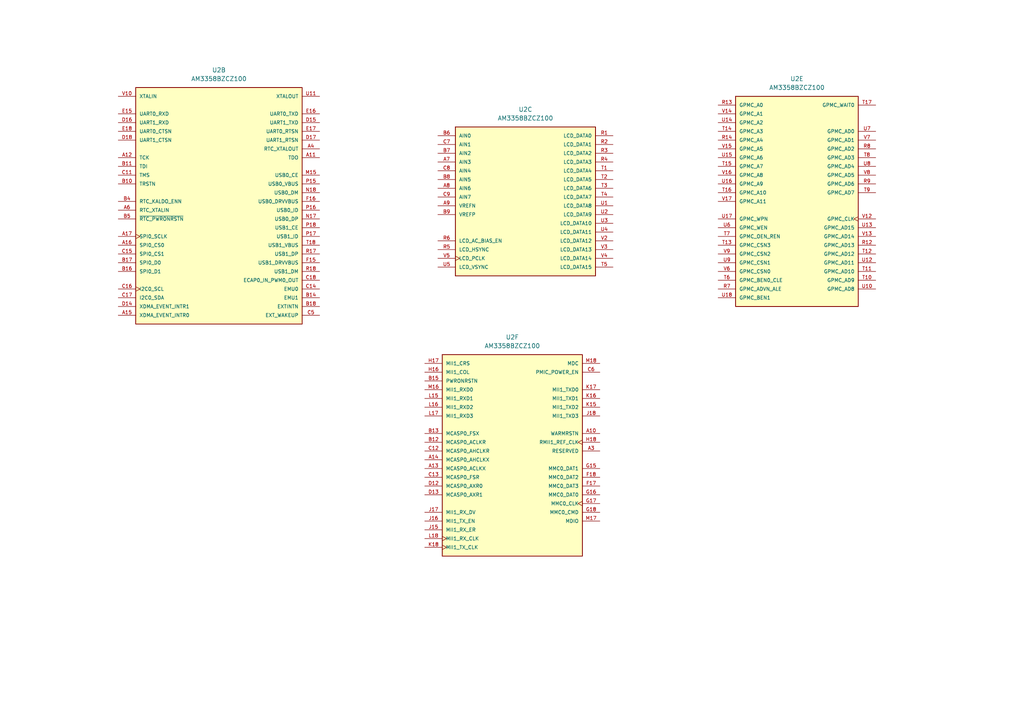
<source format=kicad_sch>
(kicad_sch (version 20230121) (generator eeschema)
  (paper "A4")
  (lib_symbols
    (symbol "Symbol_Library:AM3358BZCZ100" (pin_names (offset 1.016))
      (property "Reference" "U" (at -20.324 22.8645 0))
      (property "Value" "AM3358BZCZ100" (at -20.3337 -160.0423 0))
      (symbol "AM3358BZCZ100_1_0"
        (rectangle (start -20.32 -157.48) (end 25.4 22.86) (stroke (width 0.254)) (fill (type background)))
        (pin power_in line (at 30.48 -60.96 180) (length 5.08) (name "VSS") (number "A1"))
        (pin power_in line (at 30.48 -63.5 180) (length 5.08) (name "VSS__1") (number "A18"))
        (pin power_in line (at -25.4 12.7 0) (length 5.08) (name "VDD_MPU_MON") (number "A2"))
        (pin power_in line (at 30.48 -58.42 180) (length 5.08) (name "VSS_RTC") (number "A5"))
        (pin power_in line (at 30.48 -35.56 180) (length 5.08) (name "CAP_VBB_MPU") (number "C10"))
        (pin power_in line (at 30.48 -30.48 180) (length 5.08) (name "VDDS_SRAM_MPU_BB") (number "D10"))
        (pin power_in line (at 30.48 -43.18 180) (length 5.08) (name "CAP_VDD_SRAM_MPU") (number "D11"))
        (pin power_in line (at 30.48 -38.1 180) (length 5.08) (name "CAP_VDD_RTC") (number "D6"))
        (pin power_in line (at 30.48 -17.78 180) (length 5.08) (name "VDDS_RTC") (number "D7"))
        (pin power_in line (at -25.4 -71.12 0) (length 5.08) (name "VDDA_ADC") (number "D8"))
        (pin power_in line (at 30.48 -40.64 180) (length 5.08) (name "CAP_VDD_SRAM_CORE") (number "D9"))
        (pin power_in line (at -25.4 -101.6 0) (length 5.08) (name "VDDSHV6") (number "E10"))
        (pin power_in line (at -25.4 -104.14 0) (length 5.08) (name "VDDSHV6__1") (number "E11"))
        (pin power_in line (at -25.4 -106.68 0) (length 5.08) (name "VDDSHV6__2") (number "E12"))
        (pin power_in line (at -25.4 -109.22 0) (length 5.08) (name "VDDSHV6__3") (number "E13"))
        (pin power_in line (at 30.48 17.78 180) (length 5.08) (name "VDDS__1") (number "E14"))
        (pin power_in line (at 30.48 2.54 180) (length 5.08) (name "VDDS_DDR") (number "E5"))
        (pin power_in line (at 30.48 20.32 180) (length 5.08) (name "VDDS") (number "E6"))
        (pin power_in line (at 30.48 -15.24 180) (length 5.08) (name "VDDS_PLL_DDR") (number "E7"))
        (pin power_in line (at 30.48 -48.26 180) (length 5.08) (name "VSSA_ADC") (number "E8"))
        (pin power_in line (at 30.48 -25.4 180) (length 5.08) (name "VDDS_SRAM_CORE_BG") (number "E9"))
        (pin power_in line (at -25.4 10.16 0) (length 5.08) (name "VDD_MPU") (number "F10"))
        (pin power_in line (at -25.4 7.62 0) (length 5.08) (name "VDD_MPU__1") (number "F11"))
        (pin power_in line (at -25.4 5.08 0) (length 5.08) (name "VDD_MPU__2") (number "F12"))
        (pin power_in line (at -25.4 2.54 0) (length 5.08) (name "VDD_MPU__3") (number "F13"))
        (pin power_in line (at -25.4 -111.76 0) (length 5.08) (name "VDDSHV6__4") (number "F14"))
        (pin power_in line (at 30.48 0 180) (length 5.08) (name "VDDS_DDR__1") (number "F5"))
        (pin power_in line (at -25.4 -7.62 0) (length 5.08) (name "VDD_CORE") (number "F6"))
        (pin power_in line (at -25.4 -10.16 0) (length 5.08) (name "VDD_CORE__1") (number "F7"))
        (pin power_in line (at 30.48 -66.04 180) (length 5.08) (name "VSS__2") (number "F8"))
        (pin power_in line (at 30.48 15.24 180) (length 5.08) (name "VDDS__2") (number "F9"))
        (pin power_in line (at -25.4 -17.78 0) (length 5.08) (name "VDD_CORE__4") (number "G10"))
        (pin power_in line (at 30.48 -73.66 180) (length 5.08) (name "VSS__5") (number "G11"))
        (pin power_in line (at 30.48 -76.2 180) (length 5.08) (name "VSS__6") (number "G12"))
        (pin power_in line (at -25.4 0 0) (length 5.08) (name "VDD_MPU__4") (number "G13"))
        (pin power_in line (at -25.4 -114.3 0) (length 5.08) (name "VDDSHV6__5") (number "G14"))
        (pin power_in line (at 30.48 -2.54 180) (length 5.08) (name "VDDS_DDR__2") (number "G5"))
        (pin power_in line (at -25.4 -12.7 0) (length 5.08) (name "VDD_CORE__2") (number "G6"))
        (pin power_in line (at -25.4 -15.24 0) (length 5.08) (name "VDD_CORE__3") (number "G7"))
        (pin power_in line (at 30.48 -68.58 180) (length 5.08) (name "VSS__3") (number "G8"))
        (pin power_in line (at 30.48 -71.12 180) (length 5.08) (name "VSS__4") (number "G9"))
        (pin power_in line (at 30.48 -88.9 180) (length 5.08) (name "VSS__11") (number "H10"))
        (pin power_in line (at -25.4 -20.32 0) (length 5.08) (name "VDD_CORE__5") (number "H11"))
        (pin power_in line (at 30.48 -91.44 180) (length 5.08) (name "VSS__12") (number "H12"))
        (pin power_in line (at -25.4 -2.54 0) (length 5.08) (name "VDD_MPU__5") (number "H13"))
        (pin power_in line (at -25.4 -91.44 0) (length 5.08) (name "VDDSHV4") (number "H14"))
        (pin power_in line (at 30.48 -27.94 180) (length 5.08) (name "VDDS_PLL_MPU") (number "H15"))
        (pin power_in line (at 30.48 -5.08 180) (length 5.08) (name "VDDS_DDR__3") (number "H5"))
        (pin power_in line (at 30.48 -78.74 180) (length 5.08) (name "VSS__7") (number "H6"))
        (pin power_in line (at 30.48 -81.28 180) (length 5.08) (name "VSS__8") (number "H7"))
        (pin power_in line (at 30.48 -83.82 180) (length 5.08) (name "VSS__9") (number "H8"))
        (pin power_in line (at 30.48 -86.36 180) (length 5.08) (name "VSS__10") (number "H9"))
        (pin power_in line (at 30.48 -104.14 180) (length 5.08) (name "VSS__17") (number "J10"))
        (pin power_in line (at 30.48 -106.68 180) (length 5.08) (name "VSS__18") (number "J11"))
        (pin power_in line (at -25.4 -22.86 0) (length 5.08) (name "VDD_CORE__6") (number "J12"))
        (pin power_in line (at -25.4 -5.08 0) (length 5.08) (name "VDD_MPU__6") (number "J13"))
        (pin power_in line (at -25.4 -93.98 0) (length 5.08) (name "VDDSHV4__1") (number "J14"))
        (pin power_in line (at 30.48 -7.62 180) (length 5.08) (name "VDDS_DDR__4") (number "J5"))
        (pin power_in line (at 30.48 -93.98 180) (length 5.08) (name "VSS__13") (number "J6"))
        (pin power_in line (at 30.48 -96.52 180) (length 5.08) (name "VSS__14") (number "J7"))
        (pin power_in line (at 30.48 -99.06 180) (length 5.08) (name "VSS__15") (number "J8"))
        (pin power_in line (at 30.48 -101.6 180) (length 5.08) (name "VSS__16") (number "J9"))
        (pin power_in line (at 30.48 -114.3 180) (length 5.08) (name "VSS__21") (number "K10"))
        (pin power_in line (at 30.48 -116.84 180) (length 5.08) (name "VSS__22") (number "K11"))
        (pin power_in line (at -25.4 -30.48 0) (length 5.08) (name "VDD_CORE__9") (number "K12"))
        (pin power_in line (at 30.48 12.7 180) (length 5.08) (name "VDDS__3") (number "K13"))
        (pin power_in line (at -25.4 -96.52 0) (length 5.08) (name "VDDSHV5") (number "K14"))
        (pin power_in line (at 30.48 -10.16 180) (length 5.08) (name "VDDS_DDR__5") (number "K5"))
        (pin power_in line (at -25.4 -25.4 0) (length 5.08) (name "VDD_CORE__7") (number "K6"))
        (pin power_in line (at 30.48 -109.22 180) (length 5.08) (name "VSS__19") (number "K7"))
        (pin power_in line (at -25.4 -27.94 0) (length 5.08) (name "VDD_CORE__8") (number "K8"))
        (pin power_in line (at 30.48 -111.76 180) (length 5.08) (name "VSS__20") (number "K9"))
        (pin power_in line (at 30.48 -119.38 180) (length 5.08) (name "VSS__23") (number "L10"))
        (pin power_in line (at 30.48 -121.92 180) (length 5.08) (name "VSS__24") (number "L11"))
        (pin power_in line (at 30.48 -124.46 180) (length 5.08) (name "VSS__25") (number "L12"))
        (pin power_in line (at 30.48 -127 180) (length 5.08) (name "VSS__26") (number "L13"))
        (pin power_in line (at -25.4 -99.06 0) (length 5.08) (name "VDDSHV5__1") (number "L14"))
        (pin power_in line (at 30.48 -12.7 180) (length 5.08) (name "VDDS_DDR__6") (number "L5"))
        (pin power_in line (at -25.4 -33.02 0) (length 5.08) (name "VDD_CORE__10") (number "L6"))
        (pin power_in line (at -25.4 -35.56 0) (length 5.08) (name "VDD_CORE__11") (number "L7"))
        (pin power_in line (at -25.4 -38.1 0) (length 5.08) (name "VDD_CORE__12") (number "L8"))
        (pin power_in line (at -25.4 -40.64 0) (length 5.08) (name "VDD_CORE__13") (number "L9"))
        (pin power_in line (at 30.48 -139.7 180) (length 5.08) (name "VSS__31") (number "M10"))
        (pin power_in line (at -25.4 -43.18 0) (length 5.08) (name "VDD_CORE__14") (number "M11"))
        (pin power_in line (at 30.48 -142.24 180) (length 5.08) (name "VSS__32") (number "M12"))
        (pin power_in line (at -25.4 -45.72 0) (length 5.08) (name "VDD_CORE__15") (number "M13"))
        (pin power_in line (at 30.48 -50.8 180) (length 5.08) (name "VSSA_USB") (number "M14"))
        (pin power_in line (at -25.4 17.78 0) (length 5.08) (name "VPP") (number "M5"))
        (pin power_in line (at 30.48 -129.54 180) (length 5.08) (name "VSS__27") (number "M6"))
        (pin power_in line (at 30.48 -132.08 180) (length 5.08) (name "VSS__28") (number "M7"))
        (pin power_in line (at 30.48 -134.62 180) (length 5.08) (name "VSS__29") (number "M8"))
        (pin power_in line (at 30.48 -137.16 180) (length 5.08) (name "VSS__30") (number "M9"))
        (pin power_in line (at 30.48 -147.32 180) (length 5.08) (name "VSS__34") (number "N10"))
        (pin power_in line (at 30.48 -149.86 180) (length 5.08) (name "VSS__35") (number "N11"))
        (pin power_in line (at -25.4 -53.34 0) (length 5.08) (name "VDD_CORE__18") (number "N12"))
        (pin power_in line (at -25.4 -55.88 0) (length 5.08) (name "VDD_CORE__19") (number "N13"))
        (pin power_in line (at 30.48 -53.34 180) (length 5.08) (name "VSSA_USB__1") (number "N14"))
        (pin power_in line (at -25.4 -66.04 0) (length 5.08) (name "VDDA3P3V_USB0") (number "N15"))
        (pin power_in line (at -25.4 -60.96 0) (length 5.08) (name "VDDA1P8V_USB0") (number "N16"))
        (pin power_in line (at -25.4 -116.84 0) (length 5.08) (name "VDDSHV6__6") (number "N5"))
        (pin power_in line (at 30.48 10.16 180) (length 5.08) (name "VDDS__4") (number "N6"))
        (pin power_in line (at 30.48 -144.78 180) (length 5.08) (name "VSS__33") (number "N7"))
        (pin power_in line (at -25.4 -48.26 0) (length 5.08) (name "VDD_CORE__16") (number "N8"))
        (pin power_in line (at -25.4 -50.8 0) (length 5.08) (name "VDD_CORE__17") (number "N9"))
        (pin power_in line (at -25.4 -81.28 0) (length 5.08) (name "VDDSHV2") (number "P10"))
        (pin power_in line (at -25.4 -83.82 0) (length 5.08) (name "VDDSHV2__1") (number "P11"))
        (pin power_in line (at -25.4 -86.36 0) (length 5.08) (name "VDDSHV3") (number "P12"))
        (pin power_in line (at -25.4 -88.9 0) (length 5.08) (name "VDDSHV3__1") (number "P13"))
        (pin power_in line (at 30.48 5.08 180) (length 5.08) (name "VDDS__6") (number "P14"))
        (pin power_in line (at -25.4 -119.38 0) (length 5.08) (name "VDDSHV6__7") (number "P5"))
        (pin power_in line (at -25.4 -121.92 0) (length 5.08) (name "VDDSHV6__8") (number "P6"))
        (pin power_in line (at -25.4 -76.2 0) (length 5.08) (name "VDDSHV1") (number "P7"))
        (pin power_in line (at -25.4 -78.74 0) (length 5.08) (name "VDDSHV1__1") (number "P8"))
        (pin power_in line (at 30.48 7.62 180) (length 5.08) (name "VDDS__5") (number "P9"))
        (pin power_in line (at 30.48 -22.86 180) (length 5.08) (name "VDDS_PLL_CORE_LCD") (number "R10"))
        (pin power_in line (at 30.48 -20.32 180) (length 5.08) (name "VDDS_OSC") (number "R11"))
        (pin power_in line (at -25.4 -68.58 0) (length 5.08) (name "VDDA3P3V_USB1") (number "R15"))
        (pin power_in line (at -25.4 -63.5 0) (length 5.08) (name "VDDA1P8V_USB1") (number "R16"))
        (pin power_in line (at 30.48 -152.4 180) (length 5.08) (name "VSS__36") (number "V1"))
        (pin power_in line (at 30.48 -55.88 180) (length 5.08) (name "VSS_OSC") (number "V11"))
        (pin power_in line (at 30.48 -154.94 180) (length 5.08) (name "VSS__37") (number "V18"))
      )
      (symbol "AM3358BZCZ100_2_0"
        (rectangle (start -22.86 -30.48) (end 25.4 38.1) (stroke (width 0.254)) (fill (type background)))
        (pin output line (at 30.48 17.78 180) (length 5.08) (name "TDO") (number "A11"))
        (pin input line (at -27.94 17.78 0) (length 5.08) (name "TCK") (number "A12"))
        (pin bidirectional line (at -27.94 -27.94 0) (length 5.08) (name "XDMA_EVENT_INTR0") (number "A15"))
        (pin bidirectional line (at -27.94 -7.62 0) (length 5.08) (name "SPI0_CS0") (number "A16"))
        (pin bidirectional clock (at -27.94 -5.08 0) (length 5.08) (name "SPI0_SCLK") (number "A17"))
        (pin output line (at 30.48 20.32 180) (length 5.08) (name "RTC_XTALOUT") (number "A4"))
        (pin input line (at -27.94 2.54 0) (length 5.08) (name "RTC_XTALIN") (number "A6"))
        (pin input line (at -27.94 10.16 0) (length 5.08) (name "TRSTN") (number "B10"))
        (pin input line (at -27.94 15.24 0) (length 5.08) (name "TDI") (number "B11"))
        (pin bidirectional line (at 30.48 -22.86 180) (length 5.08) (name "EMU1") (number "B14"))
        (pin bidirectional line (at -27.94 -15.24 0) (length 5.08) (name "SPI0_D1") (number "B16"))
        (pin bidirectional line (at -27.94 -12.7 0) (length 5.08) (name "SPI0_D0") (number "B17"))
        (pin bidirectional line (at 30.48 -25.4 180) (length 5.08) (name "EXTINTN") (number "B18"))
        (pin input line (at -27.94 5.08 0) (length 5.08) (name "RTC_KALDO_ENN") (number "B4"))
        (pin input line (at -27.94 0 0) (length 5.08) (name "~{RTC_PWRONRSTN}") (number "B5"))
        (pin input line (at -27.94 12.7 0) (length 5.08) (name "TMS") (number "C11"))
        (pin bidirectional line (at 30.48 -20.32 180) (length 5.08) (name "EMU0") (number "C14"))
        (pin bidirectional line (at -27.94 -10.16 0) (length 5.08) (name "SPI0_CS1") (number "C15"))
        (pin bidirectional clock (at -27.94 -20.32 0) (length 5.08) (name "I2C0_SCL") (number "C16"))
        (pin bidirectional line (at -27.94 -22.86 0) (length 5.08) (name "I2C0_SDA") (number "C17"))
        (pin bidirectional line (at 30.48 -17.78 180) (length 5.08) (name "ECAP0_IN_PWM0_OUT") (number "C18"))
        (pin bidirectional line (at 30.48 -27.94 180) (length 5.08) (name "EXT_WAKEUP") (number "C5"))
        (pin bidirectional line (at -27.94 -25.4 0) (length 5.08) (name "XDMA_EVENT_INTR1") (number "D14"))
        (pin output line (at 30.48 27.94 180) (length 5.08) (name "UART1_TXD") (number "D15"))
        (pin input line (at -27.94 27.94 0) (length 5.08) (name "UART1_RXD") (number "D16"))
        (pin output line (at 30.48 22.86 180) (length 5.08) (name "UART1_RTSN") (number "D17"))
        (pin input line (at -27.94 22.86 0) (length 5.08) (name "UART1_CTSN") (number "D18"))
        (pin input line (at -27.94 30.48 0) (length 5.08) (name "UART0_RXD") (number "E15"))
        (pin output line (at 30.48 30.48 180) (length 5.08) (name "UART0_TXD") (number "E16"))
        (pin output line (at 30.48 25.4 180) (length 5.08) (name "UART0_RTSN") (number "E17"))
        (pin input line (at -27.94 25.4 0) (length 5.08) (name "UART0_CTSN") (number "E18"))
        (pin bidirectional line (at 30.48 -12.7 180) (length 5.08) (name "USB1_DRVVBUS") (number "F15"))
        (pin bidirectional line (at 30.48 5.08 180) (length 5.08) (name "USB0_DRVVBUS") (number "F16"))
        (pin bidirectional line (at 30.48 12.7 180) (length 5.08) (name "USB0_CE") (number "M15"))
        (pin bidirectional line (at 30.48 0 180) (length 5.08) (name "USB0_DP") (number "N17"))
        (pin bidirectional line (at 30.48 7.62 180) (length 5.08) (name "USB0_DM") (number "N18"))
        (pin bidirectional line (at 30.48 10.16 180) (length 5.08) (name "USB0_VBUS") (number "P15"))
        (pin bidirectional line (at 30.48 2.54 180) (length 5.08) (name "USB0_ID") (number "P16"))
        (pin bidirectional line (at 30.48 -5.08 180) (length 5.08) (name "USB1_ID") (number "P17"))
        (pin bidirectional line (at 30.48 -2.54 180) (length 5.08) (name "USB1_CE") (number "P18"))
        (pin bidirectional line (at 30.48 -10.16 180) (length 5.08) (name "USB1_DP") (number "R17"))
        (pin bidirectional line (at 30.48 -15.24 180) (length 5.08) (name "USB1_DM") (number "R18"))
        (pin bidirectional line (at 30.48 -7.62 180) (length 5.08) (name "USB1_VBUS") (number "T18"))
        (pin output line (at 30.48 35.56 180) (length 5.08) (name "XTALOUT") (number "U11"))
        (pin input line (at -27.94 35.56 0) (length 5.08) (name "XTALIN") (number "V10"))
      )
      (symbol "AM3358BZCZ100_3_0"
        (rectangle (start -20.32 -20.32) (end 20.32 22.86) (stroke (width 0.254)) (fill (type background)))
        (pin input line (at -25.4 12.7 0) (length 5.08) (name "AIN3") (number "A7"))
        (pin input line (at -25.4 5.08 0) (length 5.08) (name "AIN6") (number "A8"))
        (pin input line (at -25.4 0 0) (length 5.08) (name "VREFN") (number "A9"))
        (pin input line (at -25.4 20.32 0) (length 5.08) (name "AIN0") (number "B6"))
        (pin input line (at -25.4 15.24 0) (length 5.08) (name "AIN2") (number "B7"))
        (pin input line (at -25.4 7.62 0) (length 5.08) (name "AIN5") (number "B8"))
        (pin input line (at -25.4 -2.54 0) (length 5.08) (name "VREFP") (number "B9"))
        (pin input line (at -25.4 17.78 0) (length 5.08) (name "AIN1") (number "C7"))
        (pin input line (at -25.4 10.16 0) (length 5.08) (name "AIN4") (number "C8"))
        (pin input line (at -25.4 2.54 0) (length 5.08) (name "AIN7") (number "C9"))
        (pin bidirectional line (at 25.4 20.32 180) (length 5.08) (name "LCD_DATA0") (number "R1"))
        (pin bidirectional line (at 25.4 17.78 180) (length 5.08) (name "LCD_DATA1") (number "R2"))
        (pin bidirectional line (at 25.4 15.24 180) (length 5.08) (name "LCD_DATA2") (number "R3"))
        (pin bidirectional line (at 25.4 12.7 180) (length 5.08) (name "LCD_DATA3") (number "R4"))
        (pin output line (at -25.4 -12.7 0) (length 5.08) (name "LCD_HSYNC") (number "R5"))
        (pin output line (at -25.4 -10.16 0) (length 5.08) (name "LCD_AC_BIAS_EN") (number "R6"))
        (pin bidirectional line (at 25.4 10.16 180) (length 5.08) (name "LCD_DATA4") (number "T1"))
        (pin bidirectional line (at 25.4 7.62 180) (length 5.08) (name "LCD_DATA5") (number "T2"))
        (pin bidirectional line (at 25.4 5.08 180) (length 5.08) (name "LCD_DATA6") (number "T3"))
        (pin bidirectional line (at 25.4 2.54 180) (length 5.08) (name "LCD_DATA7") (number "T4"))
        (pin bidirectional line (at 25.4 -17.78 180) (length 5.08) (name "LCD_DATA15") (number "T5"))
        (pin bidirectional line (at 25.4 0 180) (length 5.08) (name "LCD_DATA8") (number "U1"))
        (pin bidirectional line (at 25.4 -2.54 180) (length 5.08) (name "LCD_DATA9") (number "U2"))
        (pin bidirectional line (at 25.4 -5.08 180) (length 5.08) (name "LCD_DATA10") (number "U3"))
        (pin bidirectional line (at 25.4 -7.62 180) (length 5.08) (name "LCD_DATA11") (number "U4"))
        (pin output line (at -25.4 -17.78 0) (length 5.08) (name "LCD_VSYNC") (number "U5"))
        (pin bidirectional line (at 25.4 -10.16 180) (length 5.08) (name "LCD_DATA12") (number "V2"))
        (pin bidirectional line (at 25.4 -12.7 180) (length 5.08) (name "LCD_DATA13") (number "V3"))
        (pin bidirectional line (at 25.4 -15.24 180) (length 5.08) (name "LCD_DATA14") (number "V4"))
        (pin output clock (at -25.4 -15.24 0) (length 5.08) (name "LCD_PCLK") (number "V5"))
      )
      (symbol "AM3358BZCZ100_4_0"
        (rectangle (start -15.24 -40.64) (end 15.24 33.02) (stroke (width 0.254)) (fill (type background)))
        (pin output line (at -20.32 17.78 0) (length 5.08) (name "DDR_A5") (number "B1"))
        (pin output line (at -20.32 -35.56 0) (length 5.08) (name "~{DDR_WEN}") (number "B2"))
        (pin output line (at -20.32 -17.78 0) (length 5.08) (name "DDR_BA2") (number "B3"))
        (pin output line (at -20.32 7.62 0) (length 5.08) (name "DDR_A9") (number "C1"))
        (pin output line (at -20.32 20.32 0) (length 5.08) (name "DDR_A4") (number "C2"))
        (pin output line (at -20.32 22.86 0) (length 5.08) (name "DDR_A3") (number "C3"))
        (pin output line (at -20.32 -12.7 0) (length 5.08) (name "DDR_BA0") (number "C4"))
        (pin output line (at -20.32 -27.94 0) (length 5.08) (name "DDR_CKN") (number "D1"))
        (pin output line (at -20.32 -22.86 0) (length 5.08) (name "DDR_CK") (number "D2"))
        (pin output line (at -20.32 -7.62 0) (length 5.08) (name "DDR_A15") (number "D3"))
        (pin output line (at -20.32 10.16 0) (length 5.08) (name "DDR_A8") (number "D4"))
        (pin output line (at -20.32 15.24 0) (length 5.08) (name "DDR_A6") (number "D5"))
        (pin output line (at -20.32 -15.24 0) (length 5.08) (name "DDR_BA1") (number "E1"))
        (pin output line (at -20.32 12.7 0) (length 5.08) (name "DDR_A7") (number "E2"))
        (pin output line (at -20.32 0 0) (length 5.08) (name "DDR_A12") (number "E3"))
        (pin output line (at -20.32 25.4 0) (length 5.08) (name "DDR_A2") (number "E4"))
        (pin output line (at -20.32 -20.32 0) (length 5.08) (name "~{DDR_CASN}") (number "F1"))
        (pin output line (at -20.32 2.54 0) (length 5.08) (name "DDR_A11") (number "F2"))
        (pin output line (at -20.32 30.48 0) (length 5.08) (name "DDR_A0") (number "F3"))
        (pin output line (at -20.32 5.08 0) (length 5.08) (name "DDR_A10") (number "F4"))
        (pin output line (at -20.32 -33.02 0) (length 5.08) (name "DDR_ODT") (number "G1"))
        (pin output line (at 20.32 -35.56 180) (length 5.08) (name "~{DDR_RESETN}") (number "G2"))
        (pin output line (at -20.32 -25.4 0) (length 5.08) (name "DDR_CKE") (number "G3"))
        (pin output line (at 20.32 -38.1 180) (length 5.08) (name "~{DDR_RASN}") (number "G4"))
        (pin output line (at -20.32 27.94 0) (length 5.08) (name "DDR_A1") (number "H1"))
        (pin output line (at -20.32 -30.48 0) (length 5.08) (name "DDR_CSN0") (number "H2"))
        (pin output line (at -20.32 -2.54 0) (length 5.08) (name "DDR_A13") (number "H3"))
        (pin output line (at -20.32 -5.08 0) (length 5.08) (name "DDR_A14") (number "H4"))
        (pin bidirectional line (at 20.32 10.16 180) (length 5.08) (name "DDR_D8") (number "J1"))
        (pin output line (at 20.32 -33.02 180) (length 5.08) (name "DDR_DQM1") (number "J2"))
        (pin bidirectional line (at 20.32 -22.86 180) (length 5.08) (name "DDR_VTP") (number "J3"))
        (pin bidirectional line (at 20.32 -25.4 180) (length 5.08) (name "DDR_VREF") (number "J4"))
        (pin bidirectional line (at 20.32 7.62 180) (length 5.08) (name "DDR_D9") (number "K1"))
        (pin bidirectional line (at 20.32 5.08 180) (length 5.08) (name "DDR_D10") (number "K2"))
        (pin bidirectional line (at 20.32 2.54 180) (length 5.08) (name "DDR_D11") (number "K3"))
        (pin bidirectional line (at 20.32 0 180) (length 5.08) (name "DDR_D12") (number "K4"))
        (pin bidirectional line (at 20.32 -15.24 180) (length 5.08) (name "DDR_DQS1") (number "L1"))
        (pin bidirectional line (at 20.32 -20.32 180) (length 5.08) (name "DDR_DQSN1") (number "L2"))
        (pin bidirectional line (at 20.32 -2.54 180) (length 5.08) (name "DDR_D13") (number "L3"))
        (pin bidirectional line (at 20.32 -5.08 180) (length 5.08) (name "DDR_D14") (number "L4"))
        (pin bidirectional line (at 20.32 -7.62 180) (length 5.08) (name "DDR_D15") (number "M1"))
        (pin output line (at 20.32 -30.48 180) (length 5.08) (name "DDR_DQM0") (number "M2"))
        (pin bidirectional line (at 20.32 30.48 180) (length 5.08) (name "DDR_D0") (number "M3"))
        (pin bidirectional line (at 20.32 27.94 180) (length 5.08) (name "DDR_D1") (number "M4"))
        (pin bidirectional line (at 20.32 25.4 180) (length 5.08) (name "DDR_D2") (number "N1"))
        (pin bidirectional line (at 20.32 22.86 180) (length 5.08) (name "DDR_D3") (number "N2"))
        (pin bidirectional line (at 20.32 20.32 180) (length 5.08) (name "DDR_D4") (number "N3"))
        (pin bidirectional line (at 20.32 17.78 180) (length 5.08) (name "DDR_D5") (number "N4"))
        (pin bidirectional line (at 20.32 -12.7 180) (length 5.08) (name "DDR_DQS0") (number "P1"))
        (pin bidirectional line (at 20.32 -17.78 180) (length 5.08) (name "DDR_DQSN0") (number "P2"))
        (pin bidirectional line (at 20.32 15.24 180) (length 5.08) (name "DDR_D6") (number "P3"))
        (pin bidirectional line (at 20.32 12.7 180) (length 5.08) (name "DDR_D7") (number "P4"))
      )
      (symbol "AM3358BZCZ100_5_0"
        (rectangle (start -17.78 -35.56) (end 17.78 25.4) (stroke (width 0.254)) (fill (type background)))
        (pin bidirectional line (at 22.86 -17.78 180) (length 5.08) (name "GPMC_AD13") (number "R12"))
        (pin output line (at -22.86 22.86 0) (length 5.08) (name "GPMC_A0") (number "R13"))
        (pin output line (at -22.86 12.7 0) (length 5.08) (name "GPMC_A4") (number "R14"))
        (pin output line (at -22.86 -30.48 0) (length 5.08) (name "GPMC_ADVN_ALE") (number "R7"))
        (pin bidirectional line (at 22.86 10.16 180) (length 5.08) (name "GPMC_AD2") (number "R8"))
        (pin bidirectional line (at 22.86 0 180) (length 5.08) (name "GPMC_AD6") (number "R9"))
        (pin bidirectional line (at 22.86 -27.94 180) (length 5.08) (name "GPMC_AD9") (number "T10"))
        (pin bidirectional line (at 22.86 -25.4 180) (length 5.08) (name "GPMC_AD10") (number "T11"))
        (pin bidirectional line (at 22.86 -20.32 180) (length 5.08) (name "GPMC_AD12") (number "T12"))
        (pin output line (at -22.86 -17.78 0) (length 5.08) (name "GPMC_CSN3") (number "T13"))
        (pin output line (at -22.86 15.24 0) (length 5.08) (name "GPMC_A3") (number "T14"))
        (pin output line (at -22.86 5.08 0) (length 5.08) (name "GPMC_A7") (number "T15"))
        (pin output line (at -22.86 -2.54 0) (length 5.08) (name "GPMC_A10") (number "T16"))
        (pin input line (at 22.86 22.86 180) (length 5.08) (name "GPMC_WAIT0") (number "T17"))
        (pin output line (at -22.86 -27.94 0) (length 5.08) (name "GPMC_BEN0_CLE") (number "T6"))
        (pin output line (at -22.86 -15.24 0) (length 5.08) (name "GPMC_OEN_REN") (number "T7"))
        (pin bidirectional line (at 22.86 7.62 180) (length 5.08) (name "GPMC_AD3") (number "T8"))
        (pin bidirectional line (at 22.86 -2.54 180) (length 5.08) (name "GPMC_AD7") (number "T9"))
        (pin bidirectional line (at 22.86 -30.48 180) (length 5.08) (name "GPMC_AD8") (number "U10"))
        (pin bidirectional line (at 22.86 -22.86 180) (length 5.08) (name "GPMC_AD11") (number "U12"))
        (pin bidirectional line (at 22.86 -12.7 180) (length 5.08) (name "GPMC_AD15") (number "U13"))
        (pin output line (at -22.86 17.78 0) (length 5.08) (name "GPMC_A2") (number "U14"))
        (pin output line (at -22.86 7.62 0) (length 5.08) (name "GPMC_A6") (number "U15"))
        (pin output line (at -22.86 0 0) (length 5.08) (name "GPMC_A9") (number "U16"))
        (pin output line (at -22.86 -10.16 0) (length 5.08) (name "GPMC_WPN") (number "U17"))
        (pin output line (at -22.86 -33.02 0) (length 5.08) (name "GPMC_BEN1") (number "U18"))
        (pin output line (at -22.86 -12.7 0) (length 5.08) (name "GPMC_WEN") (number "U6"))
        (pin bidirectional line (at 22.86 15.24 180) (length 5.08) (name "GPMC_AD0") (number "U7"))
        (pin bidirectional line (at 22.86 5.08 180) (length 5.08) (name "GPMC_AD4") (number "U8"))
        (pin output line (at -22.86 -22.86 0) (length 5.08) (name "GPMC_CSN1") (number "U9"))
        (pin bidirectional clock (at 22.86 -10.16 180) (length 5.08) (name "GPMC_CLK") (number "V12"))
        (pin bidirectional line (at 22.86 -15.24 180) (length 5.08) (name "GPMC_AD14") (number "V13"))
        (pin output line (at -22.86 20.32 0) (length 5.08) (name "GPMC_A1") (number "V14"))
        (pin output line (at -22.86 10.16 0) (length 5.08) (name "GPMC_A5") (number "V15"))
        (pin output line (at -22.86 2.54 0) (length 5.08) (name "GPMC_A8") (number "V16"))
        (pin output line (at -22.86 -5.08 0) (length 5.08) (name "GPMC_A11") (number "V17"))
        (pin output line (at -22.86 -25.4 0) (length 5.08) (name "GPMC_CSN0") (number "V6"))
        (pin bidirectional line (at 22.86 12.7 180) (length 5.08) (name "GPMC_AD1") (number "V7"))
        (pin bidirectional line (at 22.86 2.54 180) (length 5.08) (name "GPMC_AD5") (number "V8"))
        (pin output line (at -22.86 -20.32 0) (length 5.08) (name "GPMC_CSN2") (number "V9"))
      )
      (symbol "AM3358BZCZ100_6_0"
        (rectangle (start -20.32 -27.94) (end 20.32 30.48) (stroke (width 0.254)) (fill (type background)))
        (pin bidirectional line (at 25.4 7.62 180) (length 5.08) (name "WARMRSTN") (number "A10"))
        (pin bidirectional line (at -25.4 -2.54 0) (length 5.08) (name "MCASP0_ACLKX") (number "A13"))
        (pin bidirectional line (at -25.4 0 0) (length 5.08) (name "MCASP0_AHCLKX") (number "A14"))
        (pin bidirectional line (at 25.4 2.54 180) (length 5.08) (name "RESERVED") (number "A3"))
        (pin bidirectional line (at -25.4 5.08 0) (length 5.08) (name "MCASP0_ACLKR") (number "B12"))
        (pin bidirectional line (at -25.4 7.62 0) (length 5.08) (name "MCASP0_FSX") (number "B13"))
        (pin input line (at -25.4 22.86 0) (length 5.08) (name "PWRONRSTN") (number "B15"))
        (pin bidirectional line (at -25.4 2.54 0) (length 5.08) (name "MCASP0_AHCLKR") (number "C12"))
        (pin bidirectional line (at -25.4 -5.08 0) (length 5.08) (name "MCASP0_FSR") (number "C13"))
        (pin output line (at 25.4 25.4 180) (length 5.08) (name "PMIC_POWER_EN") (number "C6"))
        (pin bidirectional line (at -25.4 -7.62 0) (length 5.08) (name "MCASP0_AXR0") (number "D12"))
        (pin bidirectional line (at -25.4 -10.16 0) (length 5.08) (name "MCASP0_AXR1") (number "D13"))
        (pin bidirectional line (at 25.4 -7.62 180) (length 5.08) (name "MMC0_DAT3") (number "F17"))
        (pin bidirectional line (at 25.4 -5.08 180) (length 5.08) (name "MMC0_DAT2") (number "F18"))
        (pin bidirectional line (at 25.4 -2.54 180) (length 5.08) (name "MMC0_DAT1") (number "G15"))
        (pin bidirectional line (at 25.4 -10.16 180) (length 5.08) (name "MMC0_DAT0") (number "G16"))
        (pin bidirectional clock (at 25.4 -12.7 180) (length 5.08) (name "MMC0_CLK") (number "G17"))
        (pin bidirectional line (at 25.4 -15.24 180) (length 5.08) (name "MMC0_CMD") (number "G18"))
        (pin input line (at -25.4 25.4 0) (length 5.08) (name "MII1_COL") (number "H16"))
        (pin input line (at -25.4 27.94 0) (length 5.08) (name "MII1_CRS") (number "H17"))
        (pin bidirectional clock (at 25.4 5.08 180) (length 5.08) (name "RMII1_REF_CLK") (number "H18"))
        (pin bidirectional line (at -25.4 -20.32 0) (length 5.08) (name "MII1_RX_ER") (number "J15"))
        (pin bidirectional line (at -25.4 -17.78 0) (length 5.08) (name "MII1_TX_EN") (number "J16"))
        (pin bidirectional line (at -25.4 -15.24 0) (length 5.08) (name "MII1_RX_DV") (number "J17"))
        (pin output line (at 25.4 12.7 180) (length 5.08) (name "MII1_TXD3") (number "J18"))
        (pin output line (at 25.4 15.24 180) (length 5.08) (name "MII1_TXD2") (number "K15"))
        (pin output line (at 25.4 17.78 180) (length 5.08) (name "MII1_TXD1") (number "K16"))
        (pin output line (at 25.4 20.32 180) (length 5.08) (name "MII1_TXD0") (number "K17"))
        (pin bidirectional clock (at -25.4 -25.4 0) (length 5.08) (name "MII1_TX_CLK") (number "K18"))
        (pin input line (at -25.4 17.78 0) (length 5.08) (name "MII1_RXD1") (number "L15"))
        (pin input line (at -25.4 15.24 0) (length 5.08) (name "MII1_RXD2") (number "L16"))
        (pin input line (at -25.4 12.7 0) (length 5.08) (name "MII1_RXD3") (number "L17"))
        (pin bidirectional clock (at -25.4 -22.86 0) (length 5.08) (name "MII1_RX_CLK") (number "L18"))
        (pin input line (at -25.4 20.32 0) (length 5.08) (name "MII1_RXD0") (number "M16"))
        (pin bidirectional line (at 25.4 -17.78 180) (length 5.08) (name "MDIO") (number "M17"))
        (pin output line (at 25.4 27.94 180) (length 5.08) (name "MDC") (number "M18"))
      )
    )
  )
  (symbol (lib_id "Symbol_Library:AM3358BZCZ100") (at -7.62 -125.73 0) (unit 6)
    (property "Reference" "U1" (at -7.62 -160.02 0))
    (property "Value" "AM3358BZCZ100" (at -7.62 -157.48 0))
    (property "Footprint" "Footprint_Library:AM3358BZCZ100" (effects hide))
    (property "MF" "Texas Instruments" (effects hide))
    (property "Description" "\nSitara processor: Arm Cortex-A8, 3D graphics, PRU-ICSS, CAN\n" (effects hide))
    (property "Package" "NFBGA-324 Texas Instruments" (effects hide))
    (property "Price" "None" (effects hide))
    (property "Check_prices" "https://www.snapeda.com/parts/AM3358BZCZ100/Texas+Instruments/view-part/?ref=eda" (effects hide))
    (property "STANDARD" "IPC-7351B" (effects hide))
    (property "PARTREV" "J" (effects hide))
    (property "SnapEDA_Link" "https://www.snapeda.com/parts/AM3358BZCZ100/Texas+Instruments/view-part/?ref=snap" (effects hide))
    (property "MP" "AM3358BZCZ100" (effects hide))
    (property "Purchase-URL" "https://www.snapeda.com/api/url_track_click_mouser/?unipart_id=46293&manufacturer=Texas Instruments&part_name=AM3358BZCZ100&search_term= am3358bzcz100" (effects hide))
    (property "Availability" "In Stock" (effects hide))
    (property "MANUFACTURER" "Texas Instruments" (effects hide))
  )
  (symbol (lib_id "Symbol_Library:AM3358BZCZ100") (at 152.4 59.69 0) (unit 3)
    (property "Reference" "U2" (at 152.4 31.75 0))
    (property "Value" "AM3358BZCZ100" (at 152.4 34.29 0))
    (property "Footprint" "Footprint_Library:AM3358BZCZ100" (effects hide))
    (property "MF" "Texas Instruments" (effects hide))
    (property "Description" "\nSitara processor: Arm Cortex-A8, 3D graphics, PRU-ICSS, CAN\n" (effects hide))
    (property "Package" "NFBGA-324 Texas Instruments" (effects hide))
    (property "Price" "None" (effects hide))
    (property "Check_prices" "https://www.snapeda.com/parts/AM3358BZCZ100/Texas+Instruments/view-part/?ref=eda" (effects hide))
    (property "STANDARD" "IPC-7351B" (effects hide))
    (property "PARTREV" "J" (effects hide))
    (property "SnapEDA_Link" "https://www.snapeda.com/parts/AM3358BZCZ100/Texas+Instruments/view-part/?ref=snap" (effects hide))
    (property "MP" "AM3358BZCZ100" (effects hide))
    (property "Purchase-URL" "https://www.snapeda.com/api/url_track_click_mouser/?unipart_id=46293&manufacturer=Texas Instruments&part_name=AM3358BZCZ100&search_term= am3358bzcz100" (effects hide))
    (property "Availability" "In Stock" (effects hide))
    (property "MANUFACTURER" "Texas Instruments" (effects hide))
  )
  (symbol (lib_id "Symbol_Library:AM3358BZCZ100") (at 62.23 63.5 0) (unit 2)
    (property "Reference" "U2" (at 63.5 20.32 0))
    (property "Value" "AM3358BZCZ100" (at 63.5 22.86 0))
    (property "Footprint" "Footprint_Library:AM3358BZCZ100" (effects hide))
    (property "MF" "Texas Instruments" (effects hide))
    (property "Description" "\nSitara processor: Arm Cortex-A8, 3D graphics, PRU-ICSS, CAN\n" (effects hide))
    (property "Package" "NFBGA-324 Texas Instruments" (effects hide))
    (property "Price" "None" (effects hide))
    (property "Check_prices" "https://www.snapeda.com/parts/AM3358BZCZ100/Texas+Instruments/view-part/?ref=eda" (effects hide))
    (property "STANDARD" "IPC-7351B" (effects hide))
    (property "PARTREV" "J" (effects hide))
    (property "SnapEDA_Link" "https://www.snapeda.com/parts/AM3358BZCZ100/Texas+Instruments/view-part/?ref=snap" (effects hide))
    (property "MP" "AM3358BZCZ100" (effects hide))
    (property "Purchase-URL" "https://www.snapeda.com/api/url_track_click_mouser/?unipart_id=46293&manufacturer=Texas Instruments&part_name=AM3358BZCZ100&search_term= am3358bzcz100" (effects hide))
    (property "Availability" "In Stock" (effects hide))
    (property "MANUFACTURER" "Texas Instruments" (effects hide))
  )
  (symbol (lib_id "Symbol_Library:AM3358BZCZ100") (at -283.21 -132.08 0) (unit 2)
    (property "Reference" "U1" (at -281.94 -173.99 0))
    (property "Value" "AM3358BZCZ100" (at -281.94 -171.45 0))
    (property "Footprint" "Footprint_Library:AM3358BZCZ100" (effects hide))
    (property "MF" "Texas Instruments" (effects hide))
    (property "Description" "\nSitara processor: Arm Cortex-A8, 3D graphics, PRU-ICSS, CAN\n" (effects hide))
    (property "Package" "NFBGA-324 Texas Instruments" (effects hide))
    (property "Price" "None" (effects hide))
    (property "Check_prices" "https://www.snapeda.com/parts/AM3358BZCZ100/Texas+Instruments/view-part/?ref=eda" (effects hide))
    (property "STANDARD" "IPC-7351B" (effects hide))
    (property "PARTREV" "J" (effects hide))
    (property "SnapEDA_Link" "https://www.snapeda.com/parts/AM3358BZCZ100/Texas+Instruments/view-part/?ref=snap" (effects hide))
    (property "MP" "AM3358BZCZ100" (effects hide))
    (property "Purchase-URL" "https://www.snapeda.com/api/url_track_click_mouser/?unipart_id=46293&manufacturer=Texas Instruments&part_name=AM3358BZCZ100&search_term= am3358bzcz100" (effects hide))
    (property "Availability" "In Stock" (effects hide))
    (property "MANUFACTURER" "Texas Instruments" (effects hide))
  )
  (symbol (lib_id "Symbol_Library:AM3358BZCZ100") (at 231.14 53.34 0) (unit 5)
    (property "Reference" "U2" (at 231.14 22.86 0))
    (property "Value" "AM3358BZCZ100" (at 231.14 25.4 0))
    (property "Footprint" "Footprint_Library:AM3358BZCZ100" (effects hide))
    (property "MF" "Texas Instruments" (effects hide))
    (property "Description" "\nSitara processor: Arm Cortex-A8, 3D graphics, PRU-ICSS, CAN\n" (effects hide))
    (property "Package" "NFBGA-324 Texas Instruments" (effects hide))
    (property "Price" "None" (effects hide))
    (property "Check_prices" "https://www.snapeda.com/parts/AM3358BZCZ100/Texas+Instruments/view-part/?ref=eda" (effects hide))
    (property "STANDARD" "IPC-7351B" (effects hide))
    (property "PARTREV" "J" (effects hide))
    (property "SnapEDA_Link" "https://www.snapeda.com/parts/AM3358BZCZ100/Texas+Instruments/view-part/?ref=snap" (effects hide))
    (property "MP" "AM3358BZCZ100" (effects hide))
    (property "Purchase-URL" "https://www.snapeda.com/api/url_track_click_mouser/?unipart_id=46293&manufacturer=Texas Instruments&part_name=AM3358BZCZ100&search_term= am3358bzcz100" (effects hide))
    (property "Availability" "In Stock" (effects hide))
    (property "MANUFACTURER" "Texas Instruments" (effects hide))
  )
  (symbol (lib_id "Symbol_Library:AM3358BZCZ100") (at -214.63 -135.89 0) (unit 3)
    (property "Reference" "U1" (at -214.63 -162.56 0))
    (property "Value" "AM3358BZCZ100" (at -214.63 -160.02 0))
    (property "Footprint" "Footprint_Library:AM3358BZCZ100" (effects hide))
    (property "MF" "Texas Instruments" (effects hide))
    (property "Description" "\nSitara processor: Arm Cortex-A8, 3D graphics, PRU-ICSS, CAN\n" (effects hide))
    (property "Package" "NFBGA-324 Texas Instruments" (effects hide))
    (property "Price" "None" (effects hide))
    (property "Check_prices" "https://www.snapeda.com/parts/AM3358BZCZ100/Texas+Instruments/view-part/?ref=eda" (effects hide))
    (property "STANDARD" "IPC-7351B" (effects hide))
    (property "PARTREV" "J" (effects hide))
    (property "SnapEDA_Link" "https://www.snapeda.com/parts/AM3358BZCZ100/Texas+Instruments/view-part/?ref=snap" (effects hide))
    (property "MP" "AM3358BZCZ100" (effects hide))
    (property "Purchase-URL" "https://www.snapeda.com/api/url_track_click_mouser/?unipart_id=46293&manufacturer=Texas Instruments&part_name=AM3358BZCZ100&search_term= am3358bzcz100" (effects hide))
    (property "Availability" "In Stock" (effects hide))
    (property "MANUFACTURER" "Texas Instruments" (effects hide))
  )
  (symbol (lib_id "Symbol_Library:AM3358BZCZ100") (at -85.09 -135.89 0) (unit 5)
    (property "Reference" "U1" (at -85.09 -165.1 0))
    (property "Value" "AM3358BZCZ100" (at -85.09 -162.56 0))
    (property "Footprint" "Footprint_Library:AM3358BZCZ100" (effects hide))
    (property "MF" "Texas Instruments" (effects hide))
    (property "Description" "\nSitara processor: Arm Cortex-A8, 3D graphics, PRU-ICSS, CAN\n" (effects hide))
    (property "Package" "NFBGA-324 Texas Instruments" (effects hide))
    (property "Price" "None" (effects hide))
    (property "Check_prices" "https://www.snapeda.com/parts/AM3358BZCZ100/Texas+Instruments/view-part/?ref=eda" (effects hide))
    (property "STANDARD" "IPC-7351B" (effects hide))
    (property "PARTREV" "J" (effects hide))
    (property "SnapEDA_Link" "https://www.snapeda.com/parts/AM3358BZCZ100/Texas+Instruments/view-part/?ref=snap" (effects hide))
    (property "MP" "AM3358BZCZ100" (effects hide))
    (property "Purchase-URL" "https://www.snapeda.com/api/url_track_click_mouser/?unipart_id=46293&manufacturer=Texas Instruments&part_name=AM3358BZCZ100&search_term= am3358bzcz100" (effects hide))
    (property "Availability" "In Stock" (effects hide))
    (property "MANUFACTURER" "Texas Instruments" (effects hide))
  )
  (symbol (lib_id "Symbol_Library:AM3358BZCZ100") (at 148.59 133.35 0) (unit 6)
    (property "Reference" "U2" (at 148.59 97.79 0))
    (property "Value" "AM3358BZCZ100" (at 148.59 100.33 0))
    (property "Footprint" "Footprint_Library:AM3358BZCZ100" (effects hide))
    (property "MF" "Texas Instruments" (effects hide))
    (property "Description" "\nSitara processor: Arm Cortex-A8, 3D graphics, PRU-ICSS, CAN\n" (effects hide))
    (property "Package" "NFBGA-324 Texas Instruments" (effects hide))
    (property "Price" "None" (effects hide))
    (property "Check_prices" "https://www.snapeda.com/parts/AM3358BZCZ100/Texas+Instruments/view-part/?ref=eda" (effects hide))
    (property "STANDARD" "IPC-7351B" (effects hide))
    (property "PARTREV" "J" (effects hide))
    (property "SnapEDA_Link" "https://www.snapeda.com/parts/AM3358BZCZ100/Texas+Instruments/view-part/?ref=snap" (effects hide))
    (property "MP" "AM3358BZCZ100" (effects hide))
    (property "Purchase-URL" "https://www.snapeda.com/api/url_track_click_mouser/?unipart_id=46293&manufacturer=Texas Instruments&part_name=AM3358BZCZ100&search_term= am3358bzcz100" (effects hide))
    (property "Availability" "In Stock" (effects hide))
    (property "MANUFACTURER" "Texas Instruments" (effects hide))
  )
)
</source>
